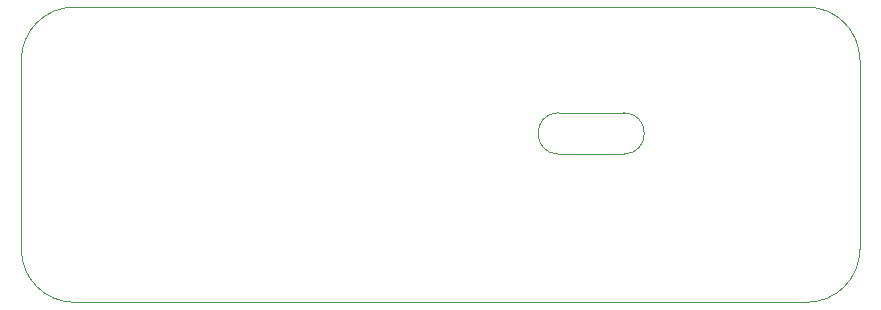
<source format=gbr>
G04 #@! TF.GenerationSoftware,KiCad,Pcbnew,5.1.5-1.fc31*
G04 #@! TF.CreationDate,2020-05-07T20:20:34-05:00*
G04 #@! TF.ProjectId,BackPanel,4261636b-5061-46e6-956c-2e6b69636164,B*
G04 #@! TF.SameCoordinates,Original*
G04 #@! TF.FileFunction,Profile,NP*
%FSLAX46Y46*%
G04 Gerber Fmt 4.6, Leading zero omitted, Abs format (unit mm)*
G04 Created by KiCad (PCBNEW 5.1.5-1.fc31) date 2020-05-07 20:20:34*
%MOMM*%
%LPD*%
G04 APERTURE LIST*
%ADD10C,0.050000*%
G04 APERTURE END LIST*
D10*
X151000000Y-84450000D02*
G75*
G02X151000000Y-87950000I0J-1750000D01*
G01*
X145500000Y-87950000D02*
G75*
G02X145500000Y-84450000I0J1750000D01*
G01*
X145500000Y-87950000D02*
X151000000Y-87950000D01*
X145500000Y-84450000D02*
X151000000Y-84450000D01*
X171000000Y-96000000D02*
G75*
G02X166500000Y-100500000I-4500000J0D01*
G01*
X166500000Y-75500000D02*
G75*
G02X171000000Y-80000000I0J-4500000D01*
G01*
X100000000Y-80000000D02*
G75*
G02X104500000Y-75500000I4500000J0D01*
G01*
X104500000Y-100500000D02*
G75*
G02X100000000Y-96000000I0J4500000D01*
G01*
X104500000Y-100500000D02*
X166500000Y-100500000D01*
X104500000Y-75500000D02*
X166500000Y-75500000D01*
X171000000Y-80000000D02*
X171000000Y-96000000D01*
X100000000Y-80000000D02*
X100000000Y-96000000D01*
M02*

</source>
